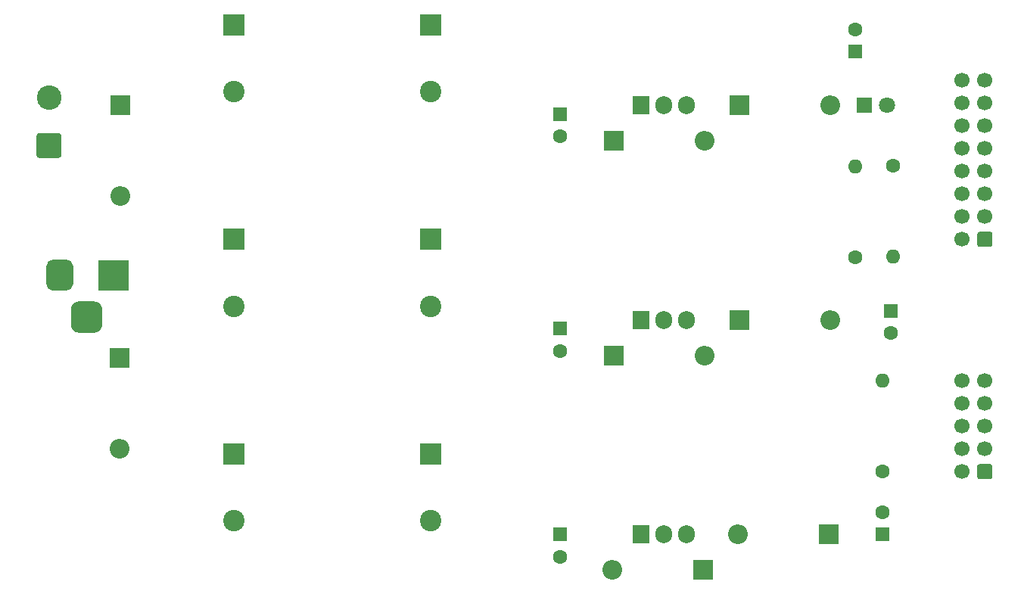
<source format=gbr>
%TF.GenerationSoftware,KiCad,Pcbnew,5.1.10-88a1d61d58~88~ubuntu20.10.1*%
%TF.CreationDate,2021-05-16T15:10:54+02:00*%
%TF.ProjectId,eurorack-psu,6575726f-7261-4636-9b2d-7073752e6b69,v1.0.0*%
%TF.SameCoordinates,Original*%
%TF.FileFunction,Soldermask,Bot*%
%TF.FilePolarity,Negative*%
%FSLAX46Y46*%
G04 Gerber Fmt 4.6, Leading zero omitted, Abs format (unit mm)*
G04 Created by KiCad (PCBNEW 5.1.10-88a1d61d58~88~ubuntu20.10.1) date 2021-05-16 15:10:54*
%MOMM*%
%LPD*%
G01*
G04 APERTURE LIST*
%ADD10C,1.600000*%
%ADD11R,1.600000X1.600000*%
%ADD12C,1.700000*%
%ADD13C,2.750000*%
%ADD14C,1.800000*%
%ADD15R,1.800000X1.800000*%
%ADD16R,3.500000X3.500000*%
%ADD17O,1.905000X2.000000*%
%ADD18R,1.905000X2.000000*%
%ADD19O,1.600000X1.600000*%
%ADD20O,2.200000X2.200000*%
%ADD21R,2.200000X2.200000*%
%ADD22C,2.400000*%
%ADD23R,2.400000X2.400000*%
G04 APERTURE END LIST*
D10*
%TO.C,C12*%
X171000000Y-89500000D03*
D11*
X171000000Y-92000000D03*
%TD*%
D10*
%TO.C,C10*%
X174000000Y-143500000D03*
D11*
X174000000Y-146000000D03*
%TD*%
D10*
%TO.C,C9*%
X175000000Y-123500000D03*
D11*
X175000000Y-121000000D03*
%TD*%
D10*
%TO.C,C7*%
X138000000Y-125500000D03*
D11*
X138000000Y-123000000D03*
%TD*%
D12*
%TO.C,J4*%
X182945202Y-128840000D03*
X182945202Y-131380000D03*
X182945202Y-133920000D03*
X182945202Y-136460000D03*
X182945202Y-139000000D03*
X185485202Y-128840000D03*
X185485202Y-131380000D03*
X185485202Y-133920000D03*
X185485202Y-136460000D03*
G36*
G01*
X186335202Y-138400000D02*
X186335202Y-139600000D01*
G75*
G02*
X186085202Y-139850000I-250000J0D01*
G01*
X184885202Y-139850000D01*
G75*
G02*
X184635202Y-139600000I0J250000D01*
G01*
X184635202Y-138400000D01*
G75*
G02*
X184885202Y-138150000I250000J0D01*
G01*
X186085202Y-138150000D01*
G75*
G02*
X186335202Y-138400000I0J-250000D01*
G01*
G37*
%TD*%
D13*
%TO.C,J3*%
X80800000Y-97100000D03*
G36*
G01*
X81925002Y-103875000D02*
X79674998Y-103875000D01*
G75*
G02*
X79425000Y-103625002I0J249998D01*
G01*
X79425000Y-101374998D01*
G75*
G02*
X79674998Y-101125000I249998J0D01*
G01*
X81925002Y-101125000D01*
G75*
G02*
X82175000Y-101374998I0J-249998D01*
G01*
X82175000Y-103625002D01*
G75*
G02*
X81925002Y-103875000I-249998J0D01*
G01*
G37*
%TD*%
D10*
%TO.C,C11*%
X138000000Y-101500000D03*
D11*
X138000000Y-99000000D03*
%TD*%
D14*
%TO.C,D9*%
X174540000Y-98000000D03*
D15*
X172000000Y-98000000D03*
%TD*%
%TO.C,J1*%
G36*
G01*
X83250000Y-122575000D02*
X83250000Y-120825000D01*
G75*
G02*
X84125000Y-119950000I875000J0D01*
G01*
X85875000Y-119950000D01*
G75*
G02*
X86750000Y-120825000I0J-875000D01*
G01*
X86750000Y-122575000D01*
G75*
G02*
X85875000Y-123450000I-875000J0D01*
G01*
X84125000Y-123450000D01*
G75*
G02*
X83250000Y-122575000I0J875000D01*
G01*
G37*
G36*
G01*
X80500000Y-118000000D02*
X80500000Y-116000000D01*
G75*
G02*
X81250000Y-115250000I750000J0D01*
G01*
X82750000Y-115250000D01*
G75*
G02*
X83500000Y-116000000I0J-750000D01*
G01*
X83500000Y-118000000D01*
G75*
G02*
X82750000Y-118750000I-750000J0D01*
G01*
X81250000Y-118750000D01*
G75*
G02*
X80500000Y-118000000I0J750000D01*
G01*
G37*
D16*
X88000000Y-117000000D03*
%TD*%
D17*
%TO.C,U3*%
X152080000Y-98000000D03*
X149540000Y-98000000D03*
D18*
X147000000Y-98000000D03*
%TD*%
D17*
%TO.C,U2*%
X152080000Y-146000000D03*
X149540000Y-146000000D03*
D18*
X147000000Y-146000000D03*
%TD*%
D17*
%TO.C,U1*%
X152080000Y-122000000D03*
X149540000Y-122000000D03*
D18*
X147000000Y-122000000D03*
%TD*%
D19*
%TO.C,R3*%
X175200000Y-114960000D03*
D10*
X175200000Y-104800000D03*
%TD*%
D19*
%TO.C,R2*%
X174000000Y-128840000D03*
D10*
X174000000Y-139000000D03*
%TD*%
D19*
%TO.C,R1*%
X171000000Y-104840000D03*
D10*
X171000000Y-115000000D03*
%TD*%
D12*
%TO.C,J2*%
X182960000Y-95220000D03*
X182960000Y-97760000D03*
X182960000Y-100300000D03*
X182960000Y-102840000D03*
X182960000Y-105380000D03*
X182960000Y-107920000D03*
X182960000Y-110460000D03*
X182960000Y-113000000D03*
X185500000Y-95220000D03*
X185500000Y-97760000D03*
X185500000Y-100300000D03*
X185500000Y-102840000D03*
X185500000Y-105380000D03*
X185500000Y-107920000D03*
X185500000Y-110460000D03*
G36*
G01*
X186350000Y-112400000D02*
X186350000Y-113600000D01*
G75*
G02*
X186100000Y-113850000I-250000J0D01*
G01*
X184900000Y-113850000D01*
G75*
G02*
X184650000Y-113600000I0J250000D01*
G01*
X184650000Y-112400000D01*
G75*
G02*
X184900000Y-112150000I250000J0D01*
G01*
X186100000Y-112150000D01*
G75*
G02*
X186350000Y-112400000I0J-250000D01*
G01*
G37*
%TD*%
D20*
%TO.C,D8*%
X168160000Y-98000000D03*
D21*
X158000000Y-98000000D03*
%TD*%
D20*
%TO.C,D7*%
X154160000Y-102000000D03*
D21*
X144000000Y-102000000D03*
%TD*%
D20*
%TO.C,D6*%
X157840000Y-146000000D03*
D21*
X168000000Y-146000000D03*
%TD*%
D20*
%TO.C,D5*%
X168160000Y-122000000D03*
D21*
X158000000Y-122000000D03*
%TD*%
D20*
%TO.C,D4*%
X143840000Y-150000000D03*
D21*
X154000000Y-150000000D03*
%TD*%
D20*
%TO.C,D3*%
X154160000Y-126000000D03*
D21*
X144000000Y-126000000D03*
%TD*%
D20*
%TO.C,D2*%
X88700000Y-136460000D03*
D21*
X88700000Y-126300000D03*
%TD*%
D20*
%TO.C,D1*%
X88800000Y-108160000D03*
D21*
X88800000Y-98000000D03*
%TD*%
D10*
%TO.C,C8*%
X138000000Y-148500000D03*
D11*
X138000000Y-146000000D03*
%TD*%
D22*
%TO.C,C6*%
X123500000Y-144500000D03*
D23*
X123500000Y-137000000D03*
%TD*%
D22*
%TO.C,C5*%
X101500000Y-96500000D03*
D23*
X101500000Y-89000000D03*
%TD*%
D22*
%TO.C,C4*%
X101500000Y-144500000D03*
D23*
X101500000Y-137000000D03*
%TD*%
D22*
%TO.C,C3*%
X123500000Y-96500000D03*
D23*
X123500000Y-89000000D03*
%TD*%
D22*
%TO.C,C2*%
X101500000Y-120500000D03*
D23*
X101500000Y-113000000D03*
%TD*%
D22*
%TO.C,C1*%
X123500000Y-120500000D03*
D23*
X123500000Y-113000000D03*
%TD*%
M02*

</source>
